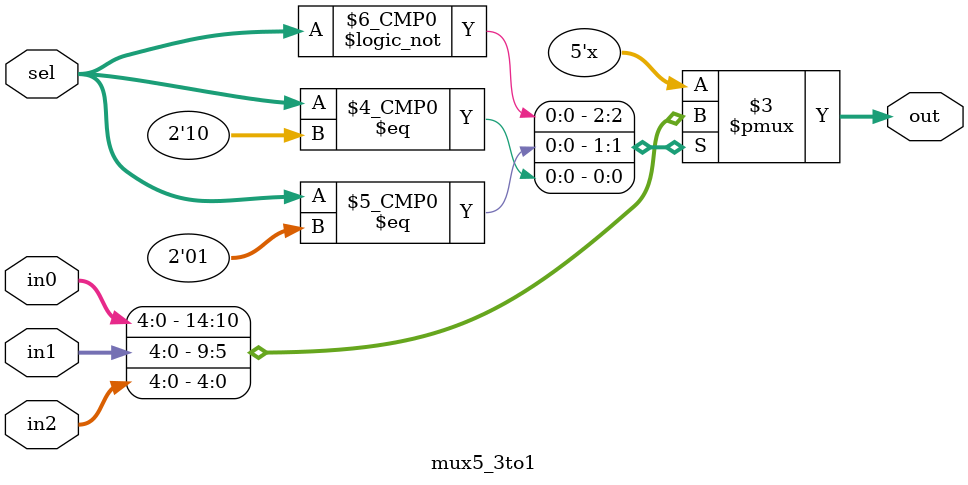
<source format=v>
module mux5_3to1 (out, in0, in1, in2, sel);
	output reg  [4:0] out;
	input [4:0] in0;
	input [4:0] in1;
	input [4:0] in2;
  	input [1:0] sel;
  	always @(sel)
    begin
		case (sel)
			2'b00: out = in0;
			2'b01: out = in1;
			2'b10: out = in2;
		endcase
    end
endmodule
</source>
